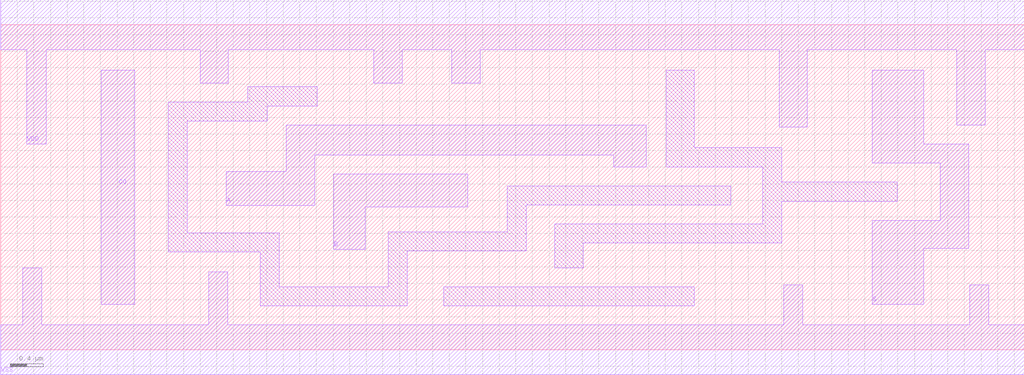
<source format=lef>
# Copyright 2022 GlobalFoundries PDK Authors
#
# Licensed under the Apache License, Version 2.0 (the "License");
# you may not use this file except in compliance with the License.
# You may obtain a copy of the License at
#
#      http://www.apache.org/licenses/LICENSE-2.0
#
# Unless required by applicable law or agreed to in writing, software
# distributed under the License is distributed on an "AS IS" BASIS,
# WITHOUT WARRANTIES OR CONDITIONS OF ANY KIND, either express or implied.
# See the License for the specific language governing permissions and
# limitations under the License.

MACRO gf180mcu_fd_sc_mcu7t5v0__addh_2
  CLASS core ;
  FOREIGN gf180mcu_fd_sc_mcu7t5v0__addh_2 0.0 0.0 ;
  ORIGIN 0 0 ;
  SYMMETRY X Y ;
  SITE GF018hv5v_mcu_sc7 ;
  SIZE 12.32 BY 3.92 ;
  PIN A
    DIRECTION INPUT ;
    ANTENNAGATEAREA 2.073 ;
    PORT
      LAYER Metal1 ;
        POLYGON 2.715 1.74 3.78 1.74 3.78 2.35 7.38 2.35 7.38 2.205 7.77 2.205 7.77 2.71 3.435 2.71 3.435 2.15 2.715 2.15  ;
    END
  END A
  PIN B
    DIRECTION INPUT ;
    ANTENNAGATEAREA 2.073 ;
    PORT
      LAYER Metal1 ;
        POLYGON 4.01 1.21 4.39 1.21 4.39 1.72 5.62 1.72 5.62 2.12 4.01 2.12  ;
    END
  END B
  PIN CO
    DIRECTION OUTPUT ;
    ANTENNADIFFAREA 1.1771 ;
    PORT
      LAYER Metal1 ;
        POLYGON 1.21 0.55 1.615 0.55 1.615 3.37 1.21 3.37  ;
    END
  END CO
  PIN S
    DIRECTION OUTPUT ;
    ANTENNADIFFAREA 0.9308 ;
    PORT
      LAYER Metal1 ;
        POLYGON 10.49 2.25 10.79 2.25 11.31 2.25 11.31 1.56 10.49 1.56 10.49 0.55 11.11 0.55 11.11 1.22 11.65 1.22 11.65 2.48 11.11 2.48 11.11 3.37 10.79 3.37 10.49 3.37  ;
    END
  END S
  PIN VDD
    DIRECTION INOUT ;
    USE power ;
    SHAPE ABUTMENT ;
    PORT
      LAYER Metal1 ;
        POLYGON 0 3.62 0.315 3.62 0.315 2.48 0.545 2.48 0.545 3.62 2.4 3.62 2.4 3.215 2.74 3.215 2.74 3.62 4.49 3.62 4.49 3.215 4.83 3.215 4.83 3.62 5.43 3.62 5.43 3.215 5.77 3.215 5.77 3.62 9.37 3.62 9.37 2.685 9.71 2.685 9.71 3.62 10.79 3.62 11.51 3.62 11.51 2.71 11.85 2.71 11.85 3.62 12.32 3.62 12.32 4.22 10.79 4.22 0 4.22  ;
    END
  END VDD
  PIN VSS
    DIRECTION INOUT ;
    USE ground ;
    SHAPE ABUTMENT ;
    PORT
      LAYER Metal1 ;
        POLYGON 0 -0.3 12.32 -0.3 12.32 0.3 11.895 0.3 11.895 0.78 11.665 0.78 11.665 0.3 9.655 0.3 9.655 0.78 9.425 0.78 9.425 0.3 2.735 0.3 2.735 0.94 2.505 0.94 2.505 0.3 0.495 0.3 0.495 0.985 0.265 0.985 0.265 0.3 0 0.3  ;
    END
  END VSS
  OBS
      LAYER Metal1 ;
        POLYGON 5.33 0.53 8.35 0.53 8.35 0.76 5.33 0.76  ;
        POLYGON 2.015 1.18 3.125 1.18 3.125 0.53 4.895 0.53 4.895 1.19 6.325 1.19 6.325 1.745 8.79 1.745 8.79 1.975 6.095 1.975 6.095 1.42 4.665 1.42 4.665 0.76 3.355 0.76 3.355 1.41 2.245 1.41 2.245 2.755 3.205 2.755 3.205 2.94 3.81 2.94 3.81 3.17 2.975 3.17 2.975 2.985 2.015 2.985  ;
        POLYGON 8.01 2.205 9.17 2.205 9.17 1.515 6.67 1.515 6.67 0.99 7.01 0.99 7.01 1.285 9.4 1.285 9.4 1.79 10.79 1.79 10.79 2.02 9.4 2.02 9.4 2.435 8.35 2.435 8.35 3.37 8.01 3.37  ;
  END
END gf180mcu_fd_sc_mcu7t5v0__addh_2

</source>
